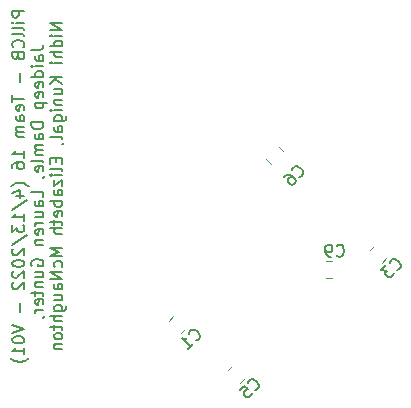
<source format=gbo>
%TF.GenerationSoftware,KiCad,Pcbnew,(6.0.4)*%
%TF.CreationDate,2022-04-19T13:44:17-07:00*%
%TF.ProjectId,stm32f091_project_condensed_v02_afterchange,73746d33-3266-4303-9931-5f70726f6a65,v01*%
%TF.SameCoordinates,Original*%
%TF.FileFunction,Legend,Bot*%
%TF.FilePolarity,Positive*%
%FSLAX46Y46*%
G04 Gerber Fmt 4.6, Leading zero omitted, Abs format (unit mm)*
G04 Created by KiCad (PCBNEW (6.0.4)) date 2022-04-19 13:44:17*
%MOMM*%
%LPD*%
G01*
G04 APERTURE LIST*
%ADD10C,0.150000*%
%ADD11C,0.120000*%
G04 APERTURE END LIST*
D10*
X97940000Y-95267617D02*
X96940000Y-95267617D01*
X96940000Y-95648569D01*
X96987620Y-95743807D01*
X97035239Y-95791426D01*
X97130477Y-95839045D01*
X97273334Y-95839045D01*
X97368572Y-95791426D01*
X97416191Y-95743807D01*
X97463810Y-95648569D01*
X97463810Y-95267617D01*
X97940000Y-96267617D02*
X97273334Y-96267617D01*
X96940000Y-96267617D02*
X96987620Y-96219998D01*
X97035239Y-96267617D01*
X96987620Y-96315236D01*
X96940000Y-96267617D01*
X97035239Y-96267617D01*
X97940000Y-96886664D02*
X97892381Y-96791426D01*
X97797143Y-96743807D01*
X96940000Y-96743807D01*
X97940000Y-97410474D02*
X97892381Y-97315236D01*
X97797143Y-97267617D01*
X96940000Y-97267617D01*
X97844762Y-98362855D02*
X97892381Y-98315236D01*
X97940000Y-98172379D01*
X97940000Y-98077140D01*
X97892381Y-97934283D01*
X97797143Y-97839045D01*
X97701905Y-97791426D01*
X97511429Y-97743807D01*
X97368572Y-97743807D01*
X97178096Y-97791426D01*
X97082858Y-97839045D01*
X96987620Y-97934283D01*
X96940000Y-98077140D01*
X96940000Y-98172379D01*
X96987620Y-98315236D01*
X97035239Y-98362855D01*
X97416191Y-99124759D02*
X97463810Y-99267617D01*
X97511429Y-99315236D01*
X97606667Y-99362855D01*
X97749524Y-99362855D01*
X97844762Y-99315236D01*
X97892381Y-99267617D01*
X97940000Y-99172379D01*
X97940000Y-98791426D01*
X96940000Y-98791426D01*
X96940000Y-99124759D01*
X96987620Y-99219998D01*
X97035239Y-99267617D01*
X97130477Y-99315236D01*
X97225715Y-99315236D01*
X97320953Y-99267617D01*
X97368572Y-99219998D01*
X97416191Y-99124759D01*
X97416191Y-98791426D01*
X97559048Y-100553331D02*
X97559048Y-101315236D01*
X96940000Y-102410474D02*
X96940000Y-102981902D01*
X97940000Y-102696188D02*
X96940000Y-102696188D01*
X97892381Y-103696188D02*
X97940000Y-103600950D01*
X97940000Y-103410474D01*
X97892381Y-103315236D01*
X97797143Y-103267617D01*
X97416191Y-103267617D01*
X97320953Y-103315236D01*
X97273334Y-103410474D01*
X97273334Y-103600950D01*
X97320953Y-103696188D01*
X97416191Y-103743807D01*
X97511429Y-103743807D01*
X97606667Y-103267617D01*
X97940000Y-104600950D02*
X97416191Y-104600950D01*
X97320953Y-104553331D01*
X97273334Y-104458093D01*
X97273334Y-104267617D01*
X97320953Y-104172379D01*
X97892381Y-104600950D02*
X97940000Y-104505712D01*
X97940000Y-104267617D01*
X97892381Y-104172379D01*
X97797143Y-104124759D01*
X97701905Y-104124759D01*
X97606667Y-104172379D01*
X97559048Y-104267617D01*
X97559048Y-104505712D01*
X97511429Y-104600950D01*
X97940000Y-105077140D02*
X97273334Y-105077140D01*
X97368572Y-105077140D02*
X97320953Y-105124759D01*
X97273334Y-105219998D01*
X97273334Y-105362855D01*
X97320953Y-105458093D01*
X97416191Y-105505712D01*
X97940000Y-105505712D01*
X97416191Y-105505712D02*
X97320953Y-105553331D01*
X97273334Y-105648569D01*
X97273334Y-105791426D01*
X97320953Y-105886664D01*
X97416191Y-105934283D01*
X97940000Y-105934283D01*
X97940000Y-107696188D02*
X97940000Y-107124759D01*
X97940000Y-107410474D02*
X96940000Y-107410474D01*
X97082858Y-107315236D01*
X97178096Y-107219998D01*
X97225715Y-107124759D01*
X96940000Y-108553331D02*
X96940000Y-108362855D01*
X96987620Y-108267617D01*
X97035239Y-108219998D01*
X97178096Y-108124759D01*
X97368572Y-108077140D01*
X97749524Y-108077140D01*
X97844762Y-108124759D01*
X97892381Y-108172379D01*
X97940000Y-108267617D01*
X97940000Y-108458093D01*
X97892381Y-108553331D01*
X97844762Y-108600950D01*
X97749524Y-108648569D01*
X97511429Y-108648569D01*
X97416191Y-108600950D01*
X97368572Y-108553331D01*
X97320953Y-108458093D01*
X97320953Y-108267617D01*
X97368572Y-108172379D01*
X97416191Y-108124759D01*
X97511429Y-108077140D01*
X98320953Y-110124759D02*
X98273334Y-110077140D01*
X98130477Y-109981902D01*
X98035239Y-109934283D01*
X97892381Y-109886664D01*
X97654286Y-109839045D01*
X97463810Y-109839045D01*
X97225715Y-109886664D01*
X97082858Y-109934283D01*
X96987620Y-109981902D01*
X96844762Y-110077140D01*
X96797143Y-110124759D01*
X97273334Y-110934283D02*
X97940000Y-110934283D01*
X96892381Y-110696188D02*
X97606667Y-110458093D01*
X97606667Y-111077140D01*
X96892381Y-112172379D02*
X98178096Y-111315236D01*
X97940000Y-113029521D02*
X97940000Y-112458093D01*
X97940000Y-112743807D02*
X96940000Y-112743807D01*
X97082858Y-112648569D01*
X97178096Y-112553331D01*
X97225715Y-112458093D01*
X96940000Y-113362855D02*
X96940000Y-113981902D01*
X97320953Y-113648569D01*
X97320953Y-113791426D01*
X97368572Y-113886664D01*
X97416191Y-113934283D01*
X97511429Y-113981902D01*
X97749524Y-113981902D01*
X97844762Y-113934283D01*
X97892381Y-113886664D01*
X97940000Y-113791426D01*
X97940000Y-113505712D01*
X97892381Y-113410474D01*
X97844762Y-113362855D01*
X96892381Y-115124759D02*
X98178096Y-114267617D01*
X97035239Y-115410474D02*
X96987620Y-115458093D01*
X96940000Y-115553331D01*
X96940000Y-115791426D01*
X96987620Y-115886664D01*
X97035239Y-115934283D01*
X97130477Y-115981902D01*
X97225715Y-115981902D01*
X97368572Y-115934283D01*
X97940000Y-115362855D01*
X97940000Y-115981902D01*
X96940000Y-116600950D02*
X96940000Y-116696188D01*
X96987620Y-116791426D01*
X97035239Y-116839045D01*
X97130477Y-116886664D01*
X97320953Y-116934283D01*
X97559048Y-116934283D01*
X97749524Y-116886664D01*
X97844762Y-116839045D01*
X97892381Y-116791426D01*
X97940000Y-116696188D01*
X97940000Y-116600950D01*
X97892381Y-116505712D01*
X97844762Y-116458093D01*
X97749524Y-116410474D01*
X97559048Y-116362855D01*
X97320953Y-116362855D01*
X97130477Y-116410474D01*
X97035239Y-116458093D01*
X96987620Y-116505712D01*
X96940000Y-116600950D01*
X97035239Y-117315236D02*
X96987620Y-117362855D01*
X96940000Y-117458093D01*
X96940000Y-117696188D01*
X96987620Y-117791426D01*
X97035239Y-117839045D01*
X97130477Y-117886664D01*
X97225715Y-117886664D01*
X97368572Y-117839045D01*
X97940000Y-117267617D01*
X97940000Y-117886664D01*
X97035239Y-118267617D02*
X96987620Y-118315236D01*
X96940000Y-118410474D01*
X96940000Y-118648569D01*
X96987620Y-118743807D01*
X97035239Y-118791426D01*
X97130477Y-118839045D01*
X97225715Y-118839045D01*
X97368572Y-118791426D01*
X97940000Y-118219998D01*
X97940000Y-118839045D01*
X97559048Y-120029521D02*
X97559048Y-120791426D01*
X96940000Y-121886664D02*
X97940000Y-122219998D01*
X96940000Y-122553331D01*
X96940000Y-123077140D02*
X96940000Y-123172379D01*
X96987620Y-123267617D01*
X97035239Y-123315236D01*
X97130477Y-123362855D01*
X97320953Y-123410474D01*
X97559048Y-123410474D01*
X97749524Y-123362855D01*
X97844762Y-123315236D01*
X97892381Y-123267617D01*
X97940000Y-123172379D01*
X97940000Y-123077140D01*
X97892381Y-122981902D01*
X97844762Y-122934283D01*
X97749524Y-122886664D01*
X97559048Y-122839045D01*
X97320953Y-122839045D01*
X97130477Y-122886664D01*
X97035239Y-122934283D01*
X96987620Y-122981902D01*
X96940000Y-123077140D01*
X97940000Y-124362855D02*
X97940000Y-123791426D01*
X97940000Y-124077140D02*
X96940000Y-124077140D01*
X97082858Y-123981902D01*
X97178096Y-123886664D01*
X97225715Y-123791426D01*
X98320953Y-124696188D02*
X98273334Y-124743807D01*
X98130477Y-124839045D01*
X98035239Y-124886664D01*
X97892381Y-124934283D01*
X97654286Y-124981902D01*
X97463810Y-124981902D01*
X97225715Y-124934283D01*
X97082858Y-124886664D01*
X96987620Y-124839045D01*
X96844762Y-124743807D01*
X96797143Y-124696188D01*
X98550000Y-98577140D02*
X99264286Y-98577140D01*
X99407143Y-98529521D01*
X99502381Y-98434283D01*
X99550000Y-98291426D01*
X99550000Y-98196188D01*
X99550000Y-99481902D02*
X99026191Y-99481902D01*
X98930953Y-99434283D01*
X98883334Y-99339045D01*
X98883334Y-99148569D01*
X98930953Y-99053331D01*
X99502381Y-99481902D02*
X99550000Y-99386664D01*
X99550000Y-99148569D01*
X99502381Y-99053331D01*
X99407143Y-99005712D01*
X99311905Y-99005712D01*
X99216667Y-99053331D01*
X99169048Y-99148569D01*
X99169048Y-99386664D01*
X99121429Y-99481902D01*
X99550000Y-99958093D02*
X98883334Y-99958093D01*
X98550000Y-99958093D02*
X98597620Y-99910474D01*
X98645239Y-99958093D01*
X98597620Y-100005712D01*
X98550000Y-99958093D01*
X98645239Y-99958093D01*
X99550000Y-100862855D02*
X98550000Y-100862855D01*
X99502381Y-100862855D02*
X99550000Y-100767617D01*
X99550000Y-100577140D01*
X99502381Y-100481902D01*
X99454762Y-100434283D01*
X99359524Y-100386664D01*
X99073810Y-100386664D01*
X98978572Y-100434283D01*
X98930953Y-100481902D01*
X98883334Y-100577140D01*
X98883334Y-100767617D01*
X98930953Y-100862855D01*
X99502381Y-101719998D02*
X99550000Y-101624759D01*
X99550000Y-101434283D01*
X99502381Y-101339045D01*
X99407143Y-101291426D01*
X99026191Y-101291426D01*
X98930953Y-101339045D01*
X98883334Y-101434283D01*
X98883334Y-101624759D01*
X98930953Y-101719998D01*
X99026191Y-101767617D01*
X99121429Y-101767617D01*
X99216667Y-101291426D01*
X99502381Y-102577140D02*
X99550000Y-102481902D01*
X99550000Y-102291426D01*
X99502381Y-102196188D01*
X99407143Y-102148569D01*
X99026191Y-102148569D01*
X98930953Y-102196188D01*
X98883334Y-102291426D01*
X98883334Y-102481902D01*
X98930953Y-102577140D01*
X99026191Y-102624760D01*
X99121429Y-102624760D01*
X99216667Y-102148569D01*
X98883334Y-103053331D02*
X99883334Y-103053331D01*
X98930953Y-103053331D02*
X98883334Y-103148569D01*
X98883334Y-103339045D01*
X98930953Y-103434283D01*
X98978572Y-103481902D01*
X99073810Y-103529521D01*
X99359524Y-103529521D01*
X99454762Y-103481902D01*
X99502381Y-103434283D01*
X99550000Y-103339045D01*
X99550000Y-103148569D01*
X99502381Y-103053331D01*
X99550000Y-104719998D02*
X98550000Y-104719998D01*
X98550000Y-104958093D01*
X98597620Y-105100950D01*
X98692858Y-105196188D01*
X98788096Y-105243807D01*
X98978572Y-105291426D01*
X99121429Y-105291426D01*
X99311905Y-105243807D01*
X99407143Y-105196188D01*
X99502381Y-105100950D01*
X99550000Y-104958093D01*
X99550000Y-104719998D01*
X99550000Y-106148569D02*
X99026191Y-106148569D01*
X98930953Y-106100950D01*
X98883334Y-106005712D01*
X98883334Y-105815236D01*
X98930953Y-105719998D01*
X99502381Y-106148569D02*
X99550000Y-106053331D01*
X99550000Y-105815236D01*
X99502381Y-105719998D01*
X99407143Y-105672379D01*
X99311905Y-105672379D01*
X99216667Y-105719998D01*
X99169048Y-105815236D01*
X99169048Y-106053331D01*
X99121429Y-106148569D01*
X99550000Y-106624759D02*
X98883334Y-106624759D01*
X98978572Y-106624759D02*
X98930953Y-106672379D01*
X98883334Y-106767617D01*
X98883334Y-106910474D01*
X98930953Y-107005712D01*
X99026191Y-107053331D01*
X99550000Y-107053331D01*
X99026191Y-107053331D02*
X98930953Y-107100950D01*
X98883334Y-107196188D01*
X98883334Y-107339045D01*
X98930953Y-107434283D01*
X99026191Y-107481902D01*
X99550000Y-107481902D01*
X99550000Y-108100950D02*
X99502381Y-108005712D01*
X99407143Y-107958093D01*
X98550000Y-107958093D01*
X99502381Y-108862855D02*
X99550000Y-108767617D01*
X99550000Y-108577140D01*
X99502381Y-108481902D01*
X99407143Y-108434283D01*
X99026191Y-108434283D01*
X98930953Y-108481902D01*
X98883334Y-108577140D01*
X98883334Y-108767617D01*
X98930953Y-108862855D01*
X99026191Y-108910474D01*
X99121429Y-108910474D01*
X99216667Y-108434283D01*
X99502381Y-109386664D02*
X99550000Y-109386664D01*
X99645239Y-109339045D01*
X99692858Y-109291426D01*
X99550000Y-111053331D02*
X99550000Y-110577140D01*
X98550000Y-110577140D01*
X99550000Y-111815236D02*
X99026191Y-111815236D01*
X98930953Y-111767617D01*
X98883334Y-111672379D01*
X98883334Y-111481902D01*
X98930953Y-111386664D01*
X99502381Y-111815236D02*
X99550000Y-111719998D01*
X99550000Y-111481902D01*
X99502381Y-111386664D01*
X99407143Y-111339045D01*
X99311905Y-111339045D01*
X99216667Y-111386664D01*
X99169048Y-111481902D01*
X99169048Y-111719998D01*
X99121429Y-111815236D01*
X98883334Y-112719998D02*
X99550000Y-112719998D01*
X98883334Y-112291426D02*
X99407143Y-112291426D01*
X99502381Y-112339045D01*
X99550000Y-112434283D01*
X99550000Y-112577140D01*
X99502381Y-112672379D01*
X99454762Y-112719998D01*
X99550000Y-113196188D02*
X98883334Y-113196188D01*
X99073810Y-113196188D02*
X98978572Y-113243807D01*
X98930953Y-113291426D01*
X98883334Y-113386664D01*
X98883334Y-113481902D01*
X99502381Y-114196188D02*
X99550000Y-114100950D01*
X99550000Y-113910474D01*
X99502381Y-113815236D01*
X99407143Y-113767617D01*
X99026191Y-113767617D01*
X98930953Y-113815236D01*
X98883334Y-113910474D01*
X98883334Y-114100950D01*
X98930953Y-114196188D01*
X99026191Y-114243807D01*
X99121429Y-114243807D01*
X99216667Y-113767617D01*
X98883334Y-114672379D02*
X99550000Y-114672379D01*
X98978572Y-114672379D02*
X98930953Y-114719998D01*
X98883334Y-114815236D01*
X98883334Y-114958093D01*
X98930953Y-115053331D01*
X99026191Y-115100950D01*
X99550000Y-115100950D01*
X98597620Y-116862855D02*
X98550000Y-116767617D01*
X98550000Y-116624759D01*
X98597620Y-116481902D01*
X98692858Y-116386664D01*
X98788096Y-116339045D01*
X98978572Y-116291426D01*
X99121429Y-116291426D01*
X99311905Y-116339045D01*
X99407143Y-116386664D01*
X99502381Y-116481902D01*
X99550000Y-116624759D01*
X99550000Y-116719998D01*
X99502381Y-116862855D01*
X99454762Y-116910474D01*
X99121429Y-116910474D01*
X99121429Y-116719998D01*
X98883334Y-117767617D02*
X99550000Y-117767617D01*
X98883334Y-117339045D02*
X99407143Y-117339045D01*
X99502381Y-117386664D01*
X99550000Y-117481902D01*
X99550000Y-117624759D01*
X99502381Y-117719998D01*
X99454762Y-117767617D01*
X98883334Y-118243807D02*
X99550000Y-118243807D01*
X98978572Y-118243807D02*
X98930953Y-118291426D01*
X98883334Y-118386664D01*
X98883334Y-118529521D01*
X98930953Y-118624759D01*
X99026191Y-118672379D01*
X99550000Y-118672379D01*
X98883334Y-119005712D02*
X98883334Y-119386664D01*
X98550000Y-119148569D02*
X99407143Y-119148569D01*
X99502381Y-119196188D01*
X99550000Y-119291426D01*
X99550000Y-119386664D01*
X99502381Y-120100950D02*
X99550000Y-120005712D01*
X99550000Y-119815236D01*
X99502381Y-119719998D01*
X99407143Y-119672379D01*
X99026191Y-119672379D01*
X98930953Y-119719998D01*
X98883334Y-119815236D01*
X98883334Y-120005712D01*
X98930953Y-120100950D01*
X99026191Y-120148569D01*
X99121429Y-120148569D01*
X99216667Y-119672379D01*
X99550000Y-120577140D02*
X98883334Y-120577140D01*
X99073810Y-120577140D02*
X98978572Y-120624759D01*
X98930953Y-120672379D01*
X98883334Y-120767617D01*
X98883334Y-120862855D01*
X99502381Y-121243807D02*
X99550000Y-121243807D01*
X99645239Y-121196188D01*
X99692858Y-121148569D01*
X101160000Y-96315236D02*
X100160000Y-96315236D01*
X101160000Y-96886664D01*
X100160000Y-96886664D01*
X101160000Y-97362855D02*
X100493334Y-97362855D01*
X100160000Y-97362855D02*
X100207620Y-97315236D01*
X100255239Y-97362855D01*
X100207620Y-97410474D01*
X100160000Y-97362855D01*
X100255239Y-97362855D01*
X101160000Y-98267617D02*
X100160000Y-98267617D01*
X101112381Y-98267617D02*
X101160000Y-98172379D01*
X101160000Y-97981902D01*
X101112381Y-97886664D01*
X101064762Y-97839045D01*
X100969524Y-97791426D01*
X100683810Y-97791426D01*
X100588572Y-97839045D01*
X100540953Y-97886664D01*
X100493334Y-97981902D01*
X100493334Y-98172379D01*
X100540953Y-98267617D01*
X101160000Y-98743807D02*
X100160000Y-98743807D01*
X101160000Y-99172379D02*
X100636191Y-99172379D01*
X100540953Y-99124759D01*
X100493334Y-99029521D01*
X100493334Y-98886664D01*
X100540953Y-98791426D01*
X100588572Y-98743807D01*
X101160000Y-99648569D02*
X100493334Y-99648569D01*
X100160000Y-99648569D02*
X100207620Y-99600950D01*
X100255239Y-99648569D01*
X100207620Y-99696188D01*
X100160000Y-99648569D01*
X100255239Y-99648569D01*
X101160000Y-100886664D02*
X100160000Y-100886664D01*
X101160000Y-101458093D02*
X100588572Y-101029521D01*
X100160000Y-101458093D02*
X100731429Y-100886664D01*
X100493334Y-102315236D02*
X101160000Y-102315236D01*
X100493334Y-101886664D02*
X101017143Y-101886664D01*
X101112381Y-101934283D01*
X101160000Y-102029521D01*
X101160000Y-102172379D01*
X101112381Y-102267617D01*
X101064762Y-102315236D01*
X100493334Y-102791426D02*
X101160000Y-102791426D01*
X100588572Y-102791426D02*
X100540953Y-102839045D01*
X100493334Y-102934283D01*
X100493334Y-103077140D01*
X100540953Y-103172379D01*
X100636191Y-103219998D01*
X101160000Y-103219998D01*
X101160000Y-103696188D02*
X100493334Y-103696188D01*
X100160000Y-103696188D02*
X100207620Y-103648569D01*
X100255239Y-103696188D01*
X100207620Y-103743807D01*
X100160000Y-103696188D01*
X100255239Y-103696188D01*
X100493334Y-104600950D02*
X101302858Y-104600950D01*
X101398096Y-104553331D01*
X101445715Y-104505712D01*
X101493334Y-104410474D01*
X101493334Y-104267617D01*
X101445715Y-104172379D01*
X101112381Y-104600950D02*
X101160000Y-104505712D01*
X101160000Y-104315236D01*
X101112381Y-104219998D01*
X101064762Y-104172379D01*
X100969524Y-104124759D01*
X100683810Y-104124759D01*
X100588572Y-104172379D01*
X100540953Y-104219998D01*
X100493334Y-104315236D01*
X100493334Y-104505712D01*
X100540953Y-104600950D01*
X101160000Y-105505712D02*
X100636191Y-105505712D01*
X100540953Y-105458093D01*
X100493334Y-105362855D01*
X100493334Y-105172379D01*
X100540953Y-105077140D01*
X101112381Y-105505712D02*
X101160000Y-105410474D01*
X101160000Y-105172379D01*
X101112381Y-105077140D01*
X101017143Y-105029521D01*
X100921905Y-105029521D01*
X100826667Y-105077140D01*
X100779048Y-105172379D01*
X100779048Y-105410474D01*
X100731429Y-105505712D01*
X101160000Y-106124759D02*
X101112381Y-106029521D01*
X101017143Y-105981902D01*
X100160000Y-105981902D01*
X101112381Y-106553331D02*
X101160000Y-106553331D01*
X101255239Y-106505712D01*
X101302858Y-106458093D01*
X100636191Y-107743807D02*
X100636191Y-108077140D01*
X101160000Y-108219998D02*
X101160000Y-107743807D01*
X100160000Y-107743807D01*
X100160000Y-108219998D01*
X101160000Y-108791426D02*
X101112381Y-108696188D01*
X101017143Y-108648569D01*
X100160000Y-108648569D01*
X101160000Y-109172379D02*
X100493334Y-109172379D01*
X100160000Y-109172379D02*
X100207620Y-109124759D01*
X100255239Y-109172379D01*
X100207620Y-109219998D01*
X100160000Y-109172379D01*
X100255239Y-109172379D01*
X100493334Y-109553331D02*
X100493334Y-110077140D01*
X101160000Y-109553331D01*
X101160000Y-110077140D01*
X101160000Y-110886664D02*
X100636191Y-110886664D01*
X100540953Y-110839045D01*
X100493334Y-110743807D01*
X100493334Y-110553331D01*
X100540953Y-110458093D01*
X101112381Y-110886664D02*
X101160000Y-110791426D01*
X101160000Y-110553331D01*
X101112381Y-110458093D01*
X101017143Y-110410474D01*
X100921905Y-110410474D01*
X100826667Y-110458093D01*
X100779048Y-110553331D01*
X100779048Y-110791426D01*
X100731429Y-110886664D01*
X101160000Y-111362855D02*
X100160000Y-111362855D01*
X100540953Y-111362855D02*
X100493334Y-111458093D01*
X100493334Y-111648569D01*
X100540953Y-111743807D01*
X100588572Y-111791426D01*
X100683810Y-111839045D01*
X100969524Y-111839045D01*
X101064762Y-111791426D01*
X101112381Y-111743807D01*
X101160000Y-111648569D01*
X101160000Y-111458093D01*
X101112381Y-111362855D01*
X101112381Y-112648569D02*
X101160000Y-112553331D01*
X101160000Y-112362855D01*
X101112381Y-112267617D01*
X101017143Y-112219998D01*
X100636191Y-112219998D01*
X100540953Y-112267617D01*
X100493334Y-112362855D01*
X100493334Y-112553331D01*
X100540953Y-112648569D01*
X100636191Y-112696188D01*
X100731429Y-112696188D01*
X100826667Y-112219998D01*
X100493334Y-112981902D02*
X100493334Y-113362855D01*
X100160000Y-113124759D02*
X101017143Y-113124759D01*
X101112381Y-113172379D01*
X101160000Y-113267617D01*
X101160000Y-113362855D01*
X101160000Y-113696188D02*
X100160000Y-113696188D01*
X101160000Y-114124759D02*
X100636191Y-114124759D01*
X100540953Y-114077140D01*
X100493334Y-113981902D01*
X100493334Y-113839045D01*
X100540953Y-113743807D01*
X100588572Y-113696188D01*
X101160000Y-115362855D02*
X100160000Y-115362855D01*
X100874286Y-115696188D01*
X100160000Y-116029521D01*
X101160000Y-116029521D01*
X101112381Y-116934283D02*
X101160000Y-116839045D01*
X101160000Y-116648569D01*
X101112381Y-116553331D01*
X101064762Y-116505712D01*
X100969524Y-116458093D01*
X100683810Y-116458093D01*
X100588572Y-116505712D01*
X100540953Y-116553331D01*
X100493334Y-116648569D01*
X100493334Y-116839045D01*
X100540953Y-116934283D01*
X101160000Y-117362855D02*
X100160000Y-117362855D01*
X101160000Y-117934283D01*
X100160000Y-117934283D01*
X101160000Y-118839045D02*
X100636191Y-118839045D01*
X100540953Y-118791426D01*
X100493334Y-118696188D01*
X100493334Y-118505712D01*
X100540953Y-118410474D01*
X101112381Y-118839045D02*
X101160000Y-118743807D01*
X101160000Y-118505712D01*
X101112381Y-118410474D01*
X101017143Y-118362855D01*
X100921905Y-118362855D01*
X100826667Y-118410474D01*
X100779048Y-118505712D01*
X100779048Y-118743807D01*
X100731429Y-118839045D01*
X100493334Y-119743807D02*
X101160000Y-119743807D01*
X100493334Y-119315236D02*
X101017143Y-119315236D01*
X101112381Y-119362855D01*
X101160000Y-119458093D01*
X101160000Y-119600950D01*
X101112381Y-119696188D01*
X101064762Y-119743807D01*
X100493334Y-120648569D02*
X101302858Y-120648569D01*
X101398096Y-120600950D01*
X101445715Y-120553331D01*
X101493334Y-120458093D01*
X101493334Y-120315236D01*
X101445715Y-120219998D01*
X101112381Y-120648569D02*
X101160000Y-120553331D01*
X101160000Y-120362855D01*
X101112381Y-120267617D01*
X101064762Y-120219998D01*
X100969524Y-120172379D01*
X100683810Y-120172379D01*
X100588572Y-120219998D01*
X100540953Y-120267617D01*
X100493334Y-120362855D01*
X100493334Y-120553331D01*
X100540953Y-120648569D01*
X101160000Y-121124759D02*
X100160000Y-121124759D01*
X101160000Y-121553331D02*
X100636191Y-121553331D01*
X100540953Y-121505712D01*
X100493334Y-121410474D01*
X100493334Y-121267617D01*
X100540953Y-121172379D01*
X100588572Y-121124759D01*
X100493334Y-121886664D02*
X100493334Y-122267617D01*
X100160000Y-122029521D02*
X101017143Y-122029521D01*
X101112381Y-122077140D01*
X101160000Y-122172379D01*
X101160000Y-122267617D01*
X101160000Y-122743807D02*
X101112381Y-122648569D01*
X101064762Y-122600950D01*
X100969524Y-122553331D01*
X100683810Y-122553331D01*
X100588572Y-122600950D01*
X100540953Y-122648569D01*
X100493334Y-122743807D01*
X100493334Y-122886664D01*
X100540953Y-122981902D01*
X100588572Y-123029521D01*
X100683810Y-123077140D01*
X100969524Y-123077140D01*
X101064762Y-123029521D01*
X101112381Y-122981902D01*
X101160000Y-122886664D01*
X101160000Y-122743807D01*
X100493334Y-123505712D02*
X101160000Y-123505712D01*
X100588572Y-123505712D02*
X100540953Y-123553331D01*
X100493334Y-123648569D01*
X100493334Y-123791426D01*
X100540953Y-123886664D01*
X100636191Y-123934283D01*
X101160000Y-123934283D01*
%TO.C,C1*%
X112446948Y-123167386D02*
X112514291Y-123167386D01*
X112648978Y-123100042D01*
X112716322Y-123032699D01*
X112783665Y-122898011D01*
X112783665Y-122763324D01*
X112749994Y-122662309D01*
X112648978Y-122493950D01*
X112547963Y-122392935D01*
X112379604Y-122291920D01*
X112278589Y-122258248D01*
X112143902Y-122258248D01*
X112009215Y-122325592D01*
X111941871Y-122392935D01*
X111874528Y-122527622D01*
X111874528Y-122594966D01*
X111840856Y-123908164D02*
X112244917Y-123504103D01*
X112042887Y-123706134D02*
X111335780Y-122999027D01*
X111504139Y-123032699D01*
X111638826Y-123032699D01*
X111739841Y-122999027D01*
%TO.C,C6*%
X121220258Y-109334696D02*
X121287601Y-109334696D01*
X121422288Y-109267352D01*
X121489632Y-109200009D01*
X121556975Y-109065321D01*
X121556975Y-108930634D01*
X121523304Y-108829619D01*
X121422288Y-108661260D01*
X121321273Y-108560245D01*
X121152914Y-108459230D01*
X121051899Y-108425558D01*
X120917212Y-108425558D01*
X120782525Y-108492902D01*
X120715181Y-108560245D01*
X120647838Y-108694932D01*
X120647838Y-108762276D01*
X119974403Y-109301024D02*
X120109090Y-109166337D01*
X120210105Y-109132665D01*
X120277449Y-109132665D01*
X120445807Y-109166337D01*
X120614166Y-109267352D01*
X120883540Y-109536726D01*
X120917212Y-109637741D01*
X120917212Y-109705085D01*
X120883540Y-109806100D01*
X120748853Y-109940787D01*
X120647838Y-109974459D01*
X120580494Y-109974459D01*
X120479479Y-109940787D01*
X120311120Y-109772428D01*
X120277449Y-109671413D01*
X120277449Y-109604070D01*
X120311120Y-109503054D01*
X120445807Y-109368367D01*
X120546823Y-109334696D01*
X120614166Y-109334696D01*
X120715181Y-109368367D01*
%TO.C,C3*%
X129464948Y-117198386D02*
X129532291Y-117198386D01*
X129666978Y-117131042D01*
X129734322Y-117063699D01*
X129801665Y-116929011D01*
X129801665Y-116794324D01*
X129767994Y-116693309D01*
X129666978Y-116524950D01*
X129565963Y-116423935D01*
X129397604Y-116322920D01*
X129296589Y-116289248D01*
X129161902Y-116289248D01*
X129027215Y-116356592D01*
X128959871Y-116423935D01*
X128892528Y-116558622D01*
X128892528Y-116625966D01*
X128589482Y-116794324D02*
X128151749Y-117232057D01*
X128656826Y-117265729D01*
X128555810Y-117366744D01*
X128522139Y-117467760D01*
X128522139Y-117535103D01*
X128555810Y-117636118D01*
X128724169Y-117804477D01*
X128825184Y-117838149D01*
X128892528Y-117838149D01*
X128993543Y-117804477D01*
X129195574Y-117602447D01*
X129229246Y-117501431D01*
X129229246Y-117434088D01*
%TO.C,C9*%
X124394286Y-115981902D02*
X124441905Y-116029521D01*
X124584762Y-116077140D01*
X124680000Y-116077140D01*
X124822858Y-116029521D01*
X124918096Y-115934283D01*
X124965715Y-115839045D01*
X125013334Y-115648569D01*
X125013334Y-115505712D01*
X124965715Y-115315236D01*
X124918096Y-115219998D01*
X124822858Y-115124760D01*
X124680000Y-115077140D01*
X124584762Y-115077140D01*
X124441905Y-115124760D01*
X124394286Y-115172379D01*
X123918096Y-116077140D02*
X123727620Y-116077140D01*
X123632381Y-116029521D01*
X123584762Y-115981902D01*
X123489524Y-115839045D01*
X123441905Y-115648569D01*
X123441905Y-115267617D01*
X123489524Y-115172379D01*
X123537143Y-115124760D01*
X123632381Y-115077140D01*
X123822858Y-115077140D01*
X123918096Y-115124760D01*
X123965715Y-115172379D01*
X124013334Y-115267617D01*
X124013334Y-115505712D01*
X123965715Y-115600950D01*
X123918096Y-115648569D01*
X123822858Y-115696188D01*
X123632381Y-115696188D01*
X123537143Y-115648569D01*
X123489524Y-115600950D01*
X123441905Y-115505712D01*
%TO.C,C5*%
X117463448Y-127358386D02*
X117530791Y-127358386D01*
X117665478Y-127291042D01*
X117732822Y-127223699D01*
X117800165Y-127089011D01*
X117800165Y-126954324D01*
X117766494Y-126853309D01*
X117665478Y-126684950D01*
X117564463Y-126583935D01*
X117396104Y-126482920D01*
X117295089Y-126449248D01*
X117160402Y-126449248D01*
X117025715Y-126516592D01*
X116958371Y-126583935D01*
X116891028Y-126718622D01*
X116891028Y-126785966D01*
X116183921Y-127358386D02*
X116520639Y-127021668D01*
X116891028Y-127324714D01*
X116823684Y-127324714D01*
X116722669Y-127358386D01*
X116554310Y-127526744D01*
X116520639Y-127627760D01*
X116520639Y-127695103D01*
X116554310Y-127796118D01*
X116722669Y-127964477D01*
X116823684Y-127998149D01*
X116891028Y-127998149D01*
X116992043Y-127964477D01*
X117160402Y-127796118D01*
X117194074Y-127695103D01*
X117194074Y-127627760D01*
D11*
%TO.C,C1*%
X111223610Y-122549217D02*
X111593077Y-122179750D01*
X110184163Y-121509770D02*
X110553630Y-121140303D01*
%TO.C,C6*%
X119848077Y-107158770D02*
X119478610Y-106789303D01*
X118808630Y-108198217D02*
X118439163Y-107828750D01*
%TO.C,C3*%
X127202163Y-115540770D02*
X127571630Y-115171303D01*
X128241610Y-116580217D02*
X128611077Y-116210750D01*
%TO.C,C9*%
X123454368Y-117880760D02*
X123976872Y-117880760D01*
X123454368Y-116410760D02*
X123976872Y-116410760D01*
%TO.C,C5*%
X115200663Y-125700770D02*
X115570130Y-125331303D01*
X116240110Y-126740217D02*
X116609577Y-126370750D01*
%TD*%
M02*

</source>
